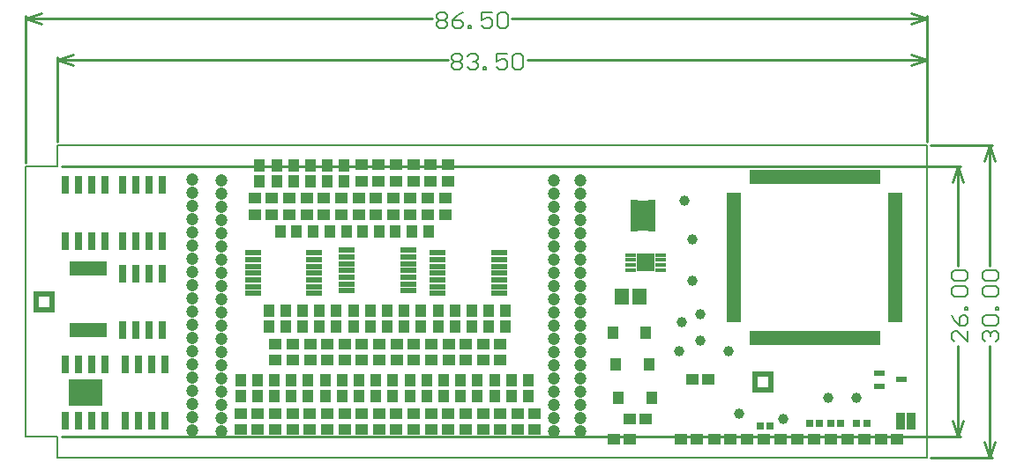
<source format=gts>
G04*
G04 #@! TF.GenerationSoftware,Altium Limited,Altium Designer,22.6.1 (34)*
G04*
G04 Layer_Color=8388736*
%FSLAX25Y25*%
%MOIN*%
G70*
G04*
G04 #@! TF.SameCoordinates,4A999195-7229-471D-A063-F470427C1832*
G04*
G04*
G04 #@! TF.FilePolarity,Negative*
G04*
G01*
G75*
%ADD13C,0.00787*%
%ADD14C,0.01000*%
%ADD16C,0.00600*%
%ADD36R,0.03162X0.06509*%
%ADD37R,0.13005X0.10288*%
%ADD38R,0.03753X0.03359*%
%ADD39R,0.14186X0.05721*%
%ADD40R,0.06312X0.02375*%
%ADD41R,0.04147X0.01784*%
%ADD42R,0.07099X0.06706*%
%ADD43R,0.04343X0.04540*%
%ADD44R,0.05721X0.06312*%
%ADD45R,0.04540X0.04343*%
%ADD46R,0.03950X0.02375*%
%ADD47R,0.04343X0.04540*%
%ADD48R,0.01981X0.05524*%
%ADD49R,0.05524X0.01981*%
%ADD50R,0.02080X0.01981*%
%ADD51R,0.04186X0.11233*%
%ADD52R,0.02572X0.02178*%
%ADD53R,0.04540X0.04343*%
%ADD54R,0.03162X0.02965*%
%ADD55C,0.04737*%
%ADD56C,0.03950*%
%ADD57C,0.02769*%
D13*
X11836Y110261D02*
Y118135D01*
Y25D02*
Y7899D01*
X25D02*
X11836D01*
X25Y110261D02*
X11836D01*
Y25D02*
X340576D01*
Y118135D01*
X11836D02*
X340576D01*
X25Y7899D02*
Y110261D01*
D14*
X350362Y13874D02*
X352362Y7874D01*
X354362Y13874D01*
X352362Y110236D02*
X354362Y104236D01*
X350362D02*
X352362Y110236D01*
Y7874D02*
Y42360D01*
Y72551D02*
Y110236D01*
X13780Y7874D02*
X353362D01*
X13780Y110236D02*
X353362D01*
X11836Y150591D02*
X17836Y152591D01*
X11836Y150591D02*
X17836Y148591D01*
X334576D02*
X340576Y150591D01*
X334576Y152591D02*
X340576Y150591D01*
X11836D02*
X159511D01*
X189702D02*
X340576D01*
X11836Y119529D02*
Y151591D01*
X340576Y119529D02*
Y151591D01*
X364173Y118135D02*
X366173Y112135D01*
X362173D02*
X364173Y118135D01*
X362173Y6025D02*
X364173Y25D01*
X366173Y6025D01*
X364173Y72576D02*
Y118135D01*
Y25D02*
Y42384D01*
X341970Y118135D02*
X365173D01*
X341970Y25D02*
X365173D01*
X25Y166339D02*
X6025Y168339D01*
X25Y166339D02*
X6025Y164339D01*
X334576D02*
X340576Y166339D01*
X334576Y168339D02*
X340576Y166339D01*
X25D02*
X153605D01*
X183796D02*
X340576D01*
X25Y111655D02*
Y167339D01*
X340576Y119529D02*
Y167339D01*
D16*
X355961Y47958D02*
Y43960D01*
X351962Y47958D01*
X350963D01*
X349963Y46959D01*
Y44959D01*
X350963Y43960D01*
X349963Y53956D02*
X350963Y51957D01*
X352962Y49957D01*
X354961D01*
X355961Y50957D01*
Y52957D01*
X354961Y53956D01*
X353962D01*
X352962Y52957D01*
Y49957D01*
X355961Y55956D02*
X354961D01*
Y56955D01*
X355961D01*
Y55956D01*
X350963Y60954D02*
X349963Y61954D01*
Y63953D01*
X350963Y64953D01*
X354961D01*
X355961Y63953D01*
Y61954D01*
X354961Y60954D01*
X350963D01*
Y66952D02*
X349963Y67952D01*
Y69951D01*
X350963Y70951D01*
X354961D01*
X355961Y69951D01*
Y67952D01*
X354961Y66952D01*
X350963D01*
X161110Y151990D02*
X162110Y152990D01*
X164110D01*
X165109Y151990D01*
Y150990D01*
X164110Y149991D01*
X165109Y148991D01*
Y147991D01*
X164110Y146992D01*
X162110D01*
X161110Y147991D01*
Y148991D01*
X162110Y149991D01*
X161110Y150990D01*
Y151990D01*
X162110Y149991D02*
X164110D01*
X167109Y151990D02*
X168108Y152990D01*
X170107D01*
X171107Y151990D01*
Y150990D01*
X170107Y149991D01*
X169108D01*
X170107D01*
X171107Y148991D01*
Y147991D01*
X170107Y146992D01*
X168108D01*
X167109Y147991D01*
X173107Y146992D02*
Y147991D01*
X174106D01*
Y146992D01*
X173107D01*
X182104Y152990D02*
X178105D01*
Y149991D01*
X180104Y150990D01*
X181104D01*
X182104Y149991D01*
Y147991D01*
X181104Y146992D01*
X179105D01*
X178105Y147991D01*
X184103Y151990D02*
X185103Y152990D01*
X187102D01*
X188102Y151990D01*
Y147991D01*
X187102Y146992D01*
X185103D01*
X184103Y147991D01*
Y151990D01*
X362774Y43984D02*
X361774Y44984D01*
Y46984D01*
X362774Y47983D01*
X363773D01*
X364773Y46984D01*
Y45984D01*
Y46984D01*
X365773Y47983D01*
X366773D01*
X367772Y46984D01*
Y44984D01*
X366773Y43984D01*
X362774Y49983D02*
X361774Y50982D01*
Y52982D01*
X362774Y53981D01*
X366773D01*
X367772Y52982D01*
Y50982D01*
X366773Y49983D01*
X362774D01*
X367772Y55981D02*
X366773D01*
Y56980D01*
X367772D01*
Y55981D01*
X362774Y60979D02*
X361774Y61979D01*
Y63978D01*
X362774Y64978D01*
X366773D01*
X367772Y63978D01*
Y61979D01*
X366773Y60979D01*
X362774D01*
Y66977D02*
X361774Y67977D01*
Y69976D01*
X362774Y70976D01*
X366773D01*
X367772Y69976D01*
Y67977D01*
X366773Y66977D01*
X362774D01*
X155205Y167738D02*
X156205Y168738D01*
X158204D01*
X159204Y167738D01*
Y166738D01*
X158204Y165739D01*
X159204Y164739D01*
Y163739D01*
X158204Y162740D01*
X156205D01*
X155205Y163739D01*
Y164739D01*
X156205Y165739D01*
X155205Y166738D01*
Y167738D01*
X156205Y165739D02*
X158204D01*
X165202Y168738D02*
X163202Y167738D01*
X161203Y165739D01*
Y163739D01*
X162203Y162740D01*
X164202D01*
X165202Y163739D01*
Y164739D01*
X164202Y165739D01*
X161203D01*
X167201Y162740D02*
Y163739D01*
X168201D01*
Y162740D01*
X167201D01*
X176198Y168738D02*
X172199D01*
Y165739D01*
X174199Y166738D01*
X175198D01*
X176198Y165739D01*
Y163739D01*
X175198Y162740D01*
X173199D01*
X172199Y163739D01*
X178198Y167738D02*
X179197Y168738D01*
X181196D01*
X182196Y167738D01*
Y163739D01*
X181196Y162740D01*
X179197D01*
X178198Y163739D01*
Y167738D01*
D36*
X15138Y13878D02*
D03*
X20138D02*
D03*
X25138D02*
D03*
X30138D02*
D03*
X15138Y35335D02*
D03*
X20138D02*
D03*
X25138D02*
D03*
X30138D02*
D03*
X51791Y69784D02*
D03*
X46791D02*
D03*
X41791D02*
D03*
X36791D02*
D03*
X51791Y48327D02*
D03*
X46791D02*
D03*
X41791D02*
D03*
X36791D02*
D03*
X52776Y35335D02*
D03*
X47776D02*
D03*
X42776D02*
D03*
X37776D02*
D03*
X52776Y13878D02*
D03*
X47776D02*
D03*
X42776D02*
D03*
X37776D02*
D03*
X51791Y103248D02*
D03*
X46791D02*
D03*
X41791D02*
D03*
X36791D02*
D03*
X51791Y81791D02*
D03*
X46791D02*
D03*
X41791D02*
D03*
X36791D02*
D03*
X30138Y103248D02*
D03*
X25138D02*
D03*
X20138D02*
D03*
X15138D02*
D03*
X30138Y81791D02*
D03*
X25138D02*
D03*
X20138D02*
D03*
X15138D02*
D03*
D37*
X22638Y24606D02*
D03*
D38*
X330610Y15256D02*
D03*
Y12303D02*
D03*
X334744Y15256D02*
D03*
Y12303D02*
D03*
D39*
X23622Y48327D02*
D03*
Y71752D02*
D03*
D40*
X121260Y78543D02*
D03*
Y75984D02*
D03*
Y73425D02*
D03*
Y70866D02*
D03*
Y68307D02*
D03*
Y65748D02*
D03*
Y63189D02*
D03*
X144488Y78543D02*
D03*
Y75984D02*
D03*
Y73425D02*
D03*
Y70866D02*
D03*
Y68307D02*
D03*
Y65748D02*
D03*
Y63189D02*
D03*
X155709Y77559D02*
D03*
Y75000D02*
D03*
Y72441D02*
D03*
Y69882D02*
D03*
Y67323D02*
D03*
Y64764D02*
D03*
Y62205D02*
D03*
X178937Y77559D02*
D03*
Y75000D02*
D03*
Y72441D02*
D03*
Y69882D02*
D03*
Y67323D02*
D03*
Y64764D02*
D03*
Y62205D02*
D03*
X85827Y77559D02*
D03*
Y75000D02*
D03*
Y72441D02*
D03*
Y69882D02*
D03*
Y67323D02*
D03*
Y64764D02*
D03*
Y62205D02*
D03*
X109055Y77559D02*
D03*
Y75000D02*
D03*
Y72441D02*
D03*
Y69882D02*
D03*
Y67323D02*
D03*
Y64764D02*
D03*
Y62205D02*
D03*
D41*
X228661Y76772D02*
D03*
Y74803D02*
D03*
Y72835D02*
D03*
Y70866D02*
D03*
X239843Y76772D02*
D03*
Y74803D02*
D03*
Y72835D02*
D03*
Y70866D02*
D03*
D42*
X234252Y73819D02*
D03*
D43*
X235531Y35433D02*
D03*
X223130D02*
D03*
X236516Y22638D02*
D03*
X224114D02*
D03*
X234252Y47244D02*
D03*
X221850D02*
D03*
X121159Y85614D02*
D03*
X127262D02*
D03*
X133605D02*
D03*
X139707D02*
D03*
X96268D02*
D03*
X102370D02*
D03*
X108714D02*
D03*
X114816D02*
D03*
X146051D02*
D03*
X152153D02*
D03*
D44*
X231890Y61024D02*
D03*
X225394D02*
D03*
D45*
X133426Y104698D02*
D03*
Y110801D02*
D03*
X126886Y104698D02*
D03*
Y110801D02*
D03*
X153047Y104698D02*
D03*
Y110801D02*
D03*
X159587Y104698D02*
D03*
Y110801D02*
D03*
X107413Y10630D02*
D03*
Y16732D02*
D03*
X185895Y10630D02*
D03*
Y16732D02*
D03*
X172814Y10630D02*
D03*
Y16732D02*
D03*
X192435Y10630D02*
D03*
Y16732D02*
D03*
X179354Y10630D02*
D03*
Y16732D02*
D03*
X114039Y36938D02*
D03*
Y43040D02*
D03*
X94418Y36938D02*
D03*
Y43040D02*
D03*
X100958Y36938D02*
D03*
Y43040D02*
D03*
X120579Y36938D02*
D03*
Y43040D02*
D03*
X107499Y36938D02*
D03*
Y43040D02*
D03*
X133573Y10630D02*
D03*
Y16732D02*
D03*
X127033Y10630D02*
D03*
Y16732D02*
D03*
X120493Y10630D02*
D03*
Y16732D02*
D03*
X113953Y10630D02*
D03*
Y16732D02*
D03*
X159734Y10630D02*
D03*
Y16732D02*
D03*
X140113Y10630D02*
D03*
Y16732D02*
D03*
X146653Y10630D02*
D03*
Y16732D02*
D03*
X166274Y10630D02*
D03*
Y16732D02*
D03*
X153194Y10630D02*
D03*
Y16732D02*
D03*
X81252Y10630D02*
D03*
Y16732D02*
D03*
X100872Y10630D02*
D03*
Y16732D02*
D03*
X94332Y10630D02*
D03*
Y16732D02*
D03*
X146506Y104698D02*
D03*
Y110801D02*
D03*
X139966Y104698D02*
D03*
Y110801D02*
D03*
X87792Y10630D02*
D03*
Y16732D02*
D03*
X140199Y36938D02*
D03*
Y43040D02*
D03*
X166360Y36938D02*
D03*
Y43040D02*
D03*
X133659Y36938D02*
D03*
Y43040D02*
D03*
X159820Y36938D02*
D03*
Y43040D02*
D03*
X153280Y36938D02*
D03*
Y43040D02*
D03*
X119272Y92056D02*
D03*
Y98158D02*
D03*
X127119Y36938D02*
D03*
Y43040D02*
D03*
X145432Y92056D02*
D03*
Y98158D02*
D03*
X151973Y92056D02*
D03*
Y98158D02*
D03*
X158513Y92056D02*
D03*
Y98158D02*
D03*
X125812Y92056D02*
D03*
Y98158D02*
D03*
X132352Y92056D02*
D03*
Y98158D02*
D03*
X138892Y92056D02*
D03*
Y98158D02*
D03*
X93111Y92056D02*
D03*
Y98158D02*
D03*
X86571Y92056D02*
D03*
Y98158D02*
D03*
X179440Y36938D02*
D03*
Y43040D02*
D03*
X112732Y92056D02*
D03*
Y98158D02*
D03*
X99651Y92056D02*
D03*
Y98158D02*
D03*
X106191Y92056D02*
D03*
Y98158D02*
D03*
X172900Y36938D02*
D03*
Y43040D02*
D03*
X146739Y36938D02*
D03*
Y43040D02*
D03*
D46*
X322539Y26969D02*
D03*
Y32087D02*
D03*
X331004Y29528D02*
D03*
D47*
X104625Y55584D02*
D03*
Y49482D02*
D03*
X149425Y55584D02*
D03*
Y49482D02*
D03*
X155825Y55584D02*
D03*
Y49482D02*
D03*
X143025Y55584D02*
D03*
Y49482D02*
D03*
X136625Y55584D02*
D03*
Y49482D02*
D03*
X130225Y55584D02*
D03*
Y49482D02*
D03*
X177182Y29276D02*
D03*
Y23174D02*
D03*
X170782Y29276D02*
D03*
Y23174D02*
D03*
X100382Y29276D02*
D03*
Y23174D02*
D03*
X93982Y29276D02*
D03*
Y23174D02*
D03*
X87582Y29276D02*
D03*
Y23174D02*
D03*
X81182Y29276D02*
D03*
Y23174D02*
D03*
X125982Y29276D02*
D03*
Y23174D02*
D03*
X132382Y29276D02*
D03*
Y23174D02*
D03*
X119582Y29276D02*
D03*
Y23174D02*
D03*
X106782Y29276D02*
D03*
Y23174D02*
D03*
X181425Y55584D02*
D03*
Y49482D02*
D03*
X113182Y29276D02*
D03*
Y23174D02*
D03*
X88416Y110702D02*
D03*
Y104600D02*
D03*
X175025Y55584D02*
D03*
Y49482D02*
D03*
X120416Y110702D02*
D03*
Y104600D02*
D03*
X114016Y110702D02*
D03*
Y104600D02*
D03*
X168625Y55584D02*
D03*
Y49482D02*
D03*
X162225Y55584D02*
D03*
Y49482D02*
D03*
X107616Y110702D02*
D03*
Y104600D02*
D03*
X94816Y110702D02*
D03*
Y104600D02*
D03*
X111025Y55584D02*
D03*
Y49482D02*
D03*
X123825Y55584D02*
D03*
Y49482D02*
D03*
X117425Y55584D02*
D03*
Y49482D02*
D03*
X101216Y110702D02*
D03*
Y104600D02*
D03*
X98225Y55584D02*
D03*
Y49482D02*
D03*
X157982Y29276D02*
D03*
Y23174D02*
D03*
X164382Y29276D02*
D03*
Y23174D02*
D03*
X138782Y29276D02*
D03*
Y23174D02*
D03*
X151582Y29276D02*
D03*
Y23174D02*
D03*
X145182Y29276D02*
D03*
Y23174D02*
D03*
X189982Y29276D02*
D03*
Y23174D02*
D03*
X91825Y55584D02*
D03*
Y49482D02*
D03*
X183582Y29276D02*
D03*
Y23174D02*
D03*
D48*
X274606Y106299D02*
D03*
X276575D02*
D03*
X278543D02*
D03*
X280512D02*
D03*
X282480D02*
D03*
X284449D02*
D03*
X286417D02*
D03*
X288386D02*
D03*
X290354D02*
D03*
X292323D02*
D03*
X294291D02*
D03*
X296260D02*
D03*
X298228D02*
D03*
X300197D02*
D03*
X302165D02*
D03*
X304134D02*
D03*
X306102D02*
D03*
X308071D02*
D03*
X310039D02*
D03*
X312008D02*
D03*
X313976D02*
D03*
X315945D02*
D03*
X317913D02*
D03*
X319882D02*
D03*
X321850D02*
D03*
Y45276D02*
D03*
X319882D02*
D03*
X317913D02*
D03*
X315945D02*
D03*
X313976D02*
D03*
X312008D02*
D03*
X310039D02*
D03*
X308071D02*
D03*
X306102D02*
D03*
X304134D02*
D03*
X302165D02*
D03*
X300197D02*
D03*
X298228D02*
D03*
X296260D02*
D03*
X294291D02*
D03*
X292323D02*
D03*
X290354D02*
D03*
X288386D02*
D03*
X286417D02*
D03*
X284449D02*
D03*
X282480D02*
D03*
X280512D02*
D03*
X278543D02*
D03*
X276575D02*
D03*
X274606D02*
D03*
D49*
X328740Y99410D02*
D03*
Y97441D02*
D03*
Y95472D02*
D03*
Y93504D02*
D03*
Y91535D02*
D03*
Y89567D02*
D03*
Y87598D02*
D03*
Y85630D02*
D03*
Y83661D02*
D03*
Y81693D02*
D03*
Y79724D02*
D03*
Y77756D02*
D03*
Y75787D02*
D03*
Y73819D02*
D03*
Y71850D02*
D03*
Y69882D02*
D03*
Y67913D02*
D03*
Y65945D02*
D03*
Y63976D02*
D03*
Y62008D02*
D03*
Y60039D02*
D03*
Y58071D02*
D03*
Y56102D02*
D03*
Y54134D02*
D03*
Y52165D02*
D03*
X267717D02*
D03*
Y54134D02*
D03*
Y56102D02*
D03*
Y58071D02*
D03*
Y60039D02*
D03*
Y62008D02*
D03*
Y63976D02*
D03*
Y65945D02*
D03*
Y67913D02*
D03*
Y69882D02*
D03*
Y71850D02*
D03*
Y73819D02*
D03*
Y75787D02*
D03*
Y77756D02*
D03*
Y79724D02*
D03*
Y81693D02*
D03*
Y83661D02*
D03*
Y85630D02*
D03*
Y87598D02*
D03*
Y89567D02*
D03*
Y91535D02*
D03*
Y93504D02*
D03*
Y95472D02*
D03*
Y97441D02*
D03*
Y99410D02*
D03*
D50*
X275590Y31496D02*
D03*
X277559D02*
D03*
X279528D02*
D03*
X281496D02*
D03*
X275590Y29528D02*
D03*
X281496D02*
D03*
X275590Y27559D02*
D03*
X281496D02*
D03*
X275590Y25591D02*
D03*
X277559D02*
D03*
X279528D02*
D03*
X281496D02*
D03*
X9843Y56102D02*
D03*
X7874D02*
D03*
X5906D02*
D03*
X3937D02*
D03*
X9843Y58071D02*
D03*
X3937D02*
D03*
X9843Y60039D02*
D03*
X3937D02*
D03*
X9843Y62008D02*
D03*
X7874D02*
D03*
X5906D02*
D03*
X3937D02*
D03*
D51*
X233268Y91535D02*
D03*
D52*
X236634Y86614D02*
D03*
Y88583D02*
D03*
Y90551D02*
D03*
Y92520D02*
D03*
Y94488D02*
D03*
Y96457D02*
D03*
X229902Y86614D02*
D03*
Y88583D02*
D03*
Y90551D02*
D03*
Y92520D02*
D03*
Y94488D02*
D03*
Y96457D02*
D03*
D53*
X247505Y6890D02*
D03*
X253608D02*
D03*
X228323D02*
D03*
X222220D02*
D03*
X234350Y14764D02*
D03*
X228248D02*
D03*
X266250Y6890D02*
D03*
X260148D02*
D03*
X316821D02*
D03*
X310718D02*
D03*
X329463D02*
D03*
X323361D02*
D03*
X258071Y29528D02*
D03*
X251969D02*
D03*
X278893Y6890D02*
D03*
X272791D02*
D03*
X304178D02*
D03*
X298076D02*
D03*
X291535D02*
D03*
X285433D02*
D03*
D54*
X300098Y12795D02*
D03*
X296358D02*
D03*
X281398Y11811D02*
D03*
X277658D02*
D03*
X307972Y12795D02*
D03*
X304232D02*
D03*
X317815D02*
D03*
X314075D02*
D03*
D55*
X209646Y104842D02*
D03*
Y99843D02*
D03*
Y94842D02*
D03*
Y89842D02*
D03*
Y84842D02*
D03*
Y79843D02*
D03*
Y74843D02*
D03*
Y69842D02*
D03*
Y64842D02*
D03*
Y59842D02*
D03*
Y54843D02*
D03*
Y49843D02*
D03*
Y44842D02*
D03*
Y39843D02*
D03*
Y34843D02*
D03*
Y29842D02*
D03*
Y24843D02*
D03*
Y19842D02*
D03*
Y14842D02*
D03*
Y9843D02*
D03*
X199803Y104842D02*
D03*
Y99843D02*
D03*
Y94842D02*
D03*
Y89842D02*
D03*
Y84842D02*
D03*
Y79843D02*
D03*
Y74843D02*
D03*
Y69842D02*
D03*
Y64842D02*
D03*
Y59842D02*
D03*
Y54843D02*
D03*
Y49843D02*
D03*
Y44842D02*
D03*
Y39843D02*
D03*
Y34843D02*
D03*
Y29842D02*
D03*
Y24843D02*
D03*
Y19842D02*
D03*
Y14842D02*
D03*
Y9843D02*
D03*
X73819Y104842D02*
D03*
Y99843D02*
D03*
Y94842D02*
D03*
Y89842D02*
D03*
Y84842D02*
D03*
Y79843D02*
D03*
Y74843D02*
D03*
Y69842D02*
D03*
Y64842D02*
D03*
Y59842D02*
D03*
Y54843D02*
D03*
Y49843D02*
D03*
Y44842D02*
D03*
Y39843D02*
D03*
Y34843D02*
D03*
Y29842D02*
D03*
Y24843D02*
D03*
Y19842D02*
D03*
Y14842D02*
D03*
Y9843D02*
D03*
X62992Y105394D02*
D03*
Y100394D02*
D03*
Y95394D02*
D03*
Y90394D02*
D03*
Y85394D02*
D03*
Y80394D02*
D03*
Y75394D02*
D03*
Y70394D02*
D03*
Y65394D02*
D03*
Y60394D02*
D03*
Y55394D02*
D03*
Y50394D02*
D03*
Y45394D02*
D03*
Y40394D02*
D03*
Y35394D02*
D03*
Y30394D02*
D03*
Y25394D02*
D03*
Y20394D02*
D03*
Y15394D02*
D03*
Y10394D02*
D03*
D56*
X248031Y51181D02*
D03*
X254921Y54134D02*
D03*
X251969Y66929D02*
D03*
Y82677D02*
D03*
X303150Y22638D02*
D03*
X313976D02*
D03*
X254921Y44291D02*
D03*
X247047Y40354D02*
D03*
X269685Y16732D02*
D03*
X286417Y14764D02*
D03*
X249016Y97441D02*
D03*
X265748Y40354D02*
D03*
D57*
X18307Y22441D02*
D03*
Y26772D02*
D03*
X22638Y22441D02*
D03*
Y26772D02*
D03*
X26969Y22441D02*
D03*
Y26772D02*
D03*
M02*

</source>
